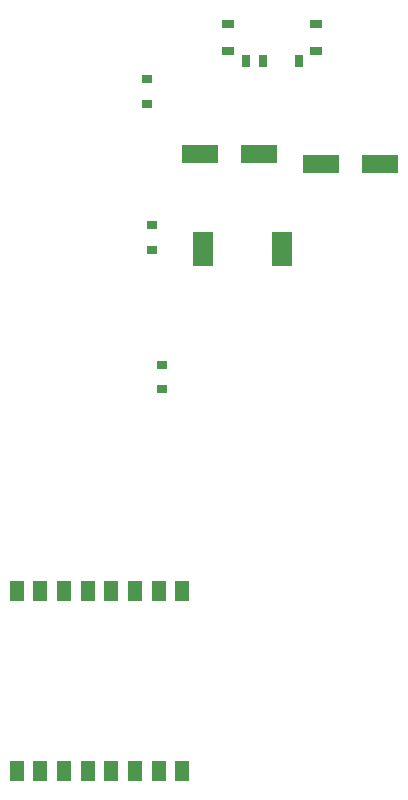
<source format=gtp>
G04 #@! TF.GenerationSoftware,KiCad,Pcbnew,5.1.6-c6e7f7d~87~ubuntu18.04.1*
G04 #@! TF.CreationDate,2020-11-02T00:43:46+05:30*
G04 #@! TF.ProjectId,Sensor_pcb_v3,53656e73-6f72-45f7-9063-625f76332e6b,rev?*
G04 #@! TF.SameCoordinates,Original*
G04 #@! TF.FileFunction,Paste,Top*
G04 #@! TF.FilePolarity,Positive*
%FSLAX46Y46*%
G04 Gerber Fmt 4.6, Leading zero omitted, Abs format (unit mm)*
G04 Created by KiCad (PCBNEW 5.1.6-c6e7f7d~87~ubuntu18.04.1) date 2020-11-02 00:43:46*
%MOMM*%
%LPD*%
G01*
G04 APERTURE LIST*
%ADD10R,1.000000X0.800000*%
%ADD11R,0.700000X1.100000*%
%ADD12R,0.900000X0.800000*%
%ADD13R,1.200000X1.700000*%
%ADD14R,3.110000X1.580000*%
%ADD15R,1.750000X3.000000*%
G04 APERTURE END LIST*
D10*
X43072400Y-20483200D03*
X43072400Y-22783200D03*
X50572400Y-20483200D03*
X50572400Y-22783200D03*
D11*
X44572400Y-23683200D03*
X46072400Y-23683200D03*
X49072400Y-23683200D03*
D12*
X37465000Y-49358800D03*
X37465000Y-51458800D03*
X36677600Y-37552900D03*
X36677600Y-39652900D03*
D13*
X25204700Y-68526400D03*
X27204700Y-68526400D03*
X29204700Y-68526400D03*
X31204700Y-68526400D03*
X33204700Y-68526400D03*
X35204700Y-68526400D03*
X37204700Y-68526400D03*
X39204700Y-68526400D03*
X39204700Y-83756400D03*
X37204700Y-83756400D03*
X35204700Y-83756400D03*
X33204700Y-83756400D03*
X31204700Y-83756400D03*
X29204700Y-83756400D03*
X27204700Y-83756400D03*
X25204700Y-83756400D03*
D12*
X36215000Y-25193300D03*
X36215000Y-27293300D03*
D14*
X45723200Y-31551900D03*
X40723200Y-31551900D03*
X55982200Y-32402800D03*
X50982200Y-32402800D03*
D15*
X40940400Y-39603700D03*
X47690400Y-39603700D03*
M02*

</source>
